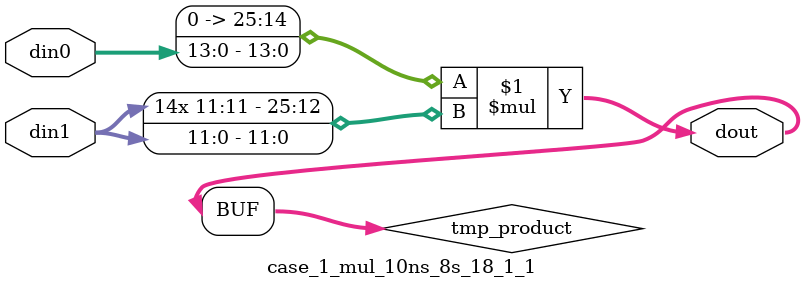
<source format=v>

`timescale 1 ns / 1 ps

 (* use_dsp = "no" *)  module case_1_mul_10ns_8s_18_1_1(din0, din1, dout);
parameter ID = 1;
parameter NUM_STAGE = 0;
parameter din0_WIDTH = 14;
parameter din1_WIDTH = 12;
parameter dout_WIDTH = 26;

input [din0_WIDTH - 1 : 0] din0; 
input [din1_WIDTH - 1 : 0] din1; 
output [dout_WIDTH - 1 : 0] dout;

wire signed [dout_WIDTH - 1 : 0] tmp_product;

























assign tmp_product = $signed({1'b0, din0}) * $signed(din1);










assign dout = tmp_product;





















endmodule

</source>
